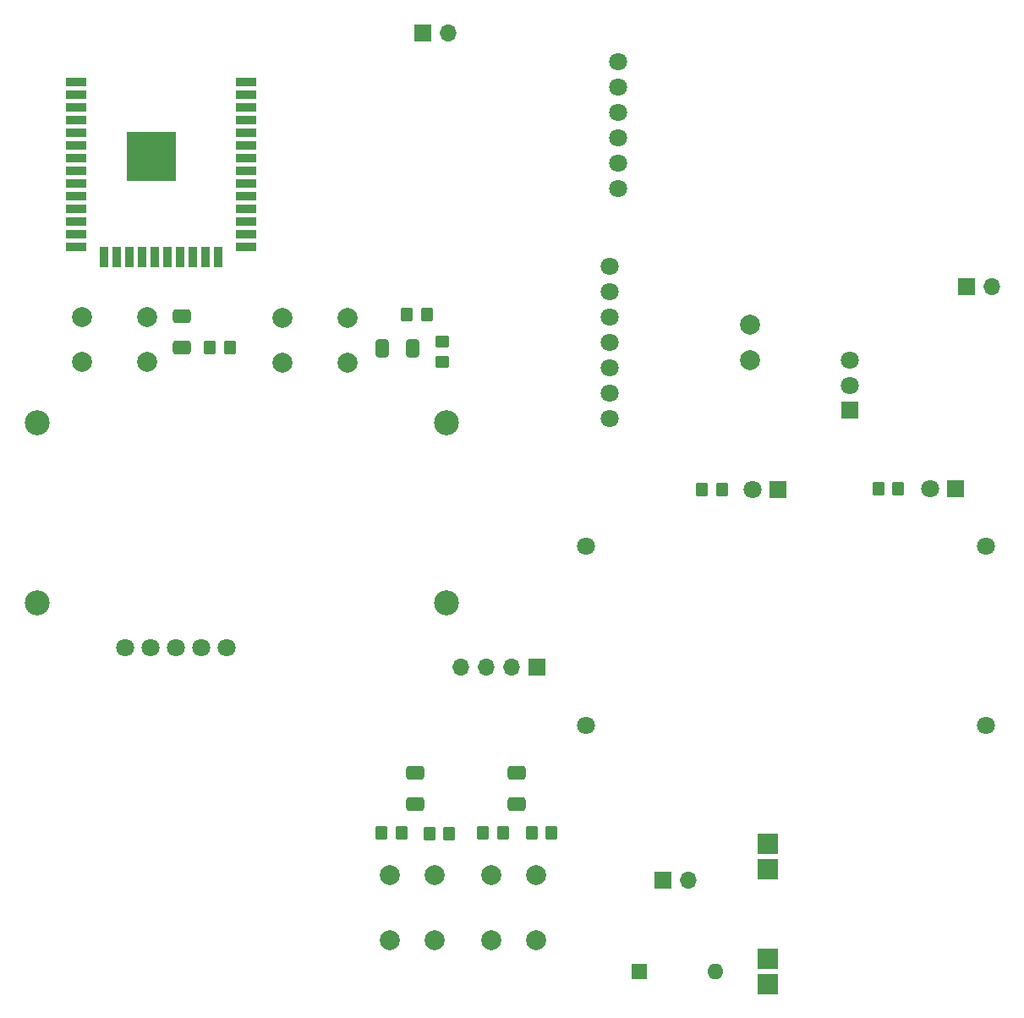
<source format=gbr>
%TF.GenerationSoftware,KiCad,Pcbnew,(6.0.2)*%
%TF.CreationDate,2022-05-24T08:49:35-05:00*%
%TF.ProjectId,Placa-Final,506c6163-612d-4466-996e-616c2e6b6963,rev?*%
%TF.SameCoordinates,Original*%
%TF.FileFunction,Soldermask,Top*%
%TF.FilePolarity,Negative*%
%FSLAX46Y46*%
G04 Gerber Fmt 4.6, Leading zero omitted, Abs format (unit mm)*
G04 Created by KiCad (PCBNEW (6.0.2)) date 2022-05-24 08:49:35*
%MOMM*%
%LPD*%
G01*
G04 APERTURE LIST*
G04 Aperture macros list*
%AMRoundRect*
0 Rectangle with rounded corners*
0 $1 Rounding radius*
0 $2 $3 $4 $5 $6 $7 $8 $9 X,Y pos of 4 corners*
0 Add a 4 corners polygon primitive as box body*
4,1,4,$2,$3,$4,$5,$6,$7,$8,$9,$2,$3,0*
0 Add four circle primitives for the rounded corners*
1,1,$1+$1,$2,$3*
1,1,$1+$1,$4,$5*
1,1,$1+$1,$6,$7*
1,1,$1+$1,$8,$9*
0 Add four rect primitives between the rounded corners*
20,1,$1+$1,$2,$3,$4,$5,0*
20,1,$1+$1,$4,$5,$6,$7,0*
20,1,$1+$1,$6,$7,$8,$9,0*
20,1,$1+$1,$8,$9,$2,$3,0*%
G04 Aperture macros list end*
%ADD10C,1.800000*%
%ADD11RoundRect,0.250000X-0.350000X-0.450000X0.350000X-0.450000X0.350000X0.450000X-0.350000X0.450000X0*%
%ADD12RoundRect,0.250000X0.450000X-0.350000X0.450000X0.350000X-0.450000X0.350000X-0.450000X-0.350000X0*%
%ADD13R,1.800000X1.800000*%
%ADD14RoundRect,0.250000X-0.650000X0.412500X-0.650000X-0.412500X0.650000X-0.412500X0.650000X0.412500X0*%
%ADD15C,2.500000*%
%ADD16R,1.700000X1.700000*%
%ADD17O,1.700000X1.700000*%
%ADD18RoundRect,0.250000X0.412500X0.650000X-0.412500X0.650000X-0.412500X-0.650000X0.412500X-0.650000X0*%
%ADD19C,2.000000*%
%ADD20R,5.000000X5.000000*%
%ADD21R,2.000000X0.900000*%
%ADD22R,0.900000X2.000000*%
%ADD23R,2.000000X2.000000*%
%ADD24R,1.600000X1.600000*%
%ADD25O,1.600000X1.600000*%
%ADD26RoundRect,0.250000X0.350000X0.450000X-0.350000X0.450000X-0.350000X-0.450000X0.350000X-0.450000X0*%
G04 APERTURE END LIST*
D10*
%TO.C,U3*%
X90658400Y-48583900D03*
X90658400Y-46043900D03*
X90658400Y-43503900D03*
X90658400Y-40963900D03*
X90658400Y-38423900D03*
X90658400Y-35883900D03*
%TD*%
D11*
%TO.C,R7*%
X81979600Y-113094400D03*
X83979600Y-113094400D03*
%TD*%
D12*
%TO.C,R2*%
X73021100Y-65982500D03*
X73021100Y-63982500D03*
%TD*%
D11*
%TO.C,R8*%
X116695200Y-78691900D03*
X118695200Y-78691900D03*
%TD*%
D13*
%TO.C,RV1*%
X113813300Y-70804800D03*
D10*
X113813300Y-68304800D03*
X113813300Y-65804800D03*
%TD*%
D14*
%TO.C,C3*%
X70341400Y-110217800D03*
X70341400Y-107092800D03*
%TD*%
D15*
%TO.C,U5*%
X73447100Y-90079700D03*
X73447100Y-72079700D03*
X32447100Y-90079700D03*
X32447100Y-72079700D03*
%TD*%
D16*
%TO.C,BT1*%
X95159100Y-117885000D03*
D17*
X97699100Y-117885000D03*
%TD*%
D18*
%TO.C,C2*%
X70112500Y-64630000D03*
X66987500Y-64630000D03*
%TD*%
D19*
%TO.C,U8*%
X103837200Y-65778700D03*
X103837200Y-62278700D03*
D10*
X89837200Y-71648700D03*
X89837200Y-69108700D03*
X89837200Y-66568700D03*
X89837200Y-64028700D03*
X89837200Y-61488700D03*
X89837200Y-58948700D03*
X89837200Y-56408700D03*
%TD*%
D20*
%TO.C,U1*%
X43880000Y-45423400D03*
D21*
X53380000Y-37923400D03*
X53380000Y-39193400D03*
X53380000Y-40463400D03*
X53380000Y-41733400D03*
X53380000Y-43003400D03*
X53380000Y-44273400D03*
X53380000Y-45543400D03*
X53380000Y-46813400D03*
X53380000Y-48083400D03*
X53380000Y-49353400D03*
X53380000Y-50623400D03*
X53380000Y-51893400D03*
X53380000Y-53163400D03*
X53380000Y-54433400D03*
D22*
X50595000Y-55433400D03*
X49325000Y-55433400D03*
X48055000Y-55433400D03*
X46785000Y-55433400D03*
X45515000Y-55433400D03*
X44245000Y-55433400D03*
X42975000Y-55433400D03*
X41705000Y-55433400D03*
X40435000Y-55433400D03*
X39165000Y-55433400D03*
D21*
X36380000Y-54433400D03*
X36380000Y-53163400D03*
X36380000Y-51893400D03*
X36380000Y-50623400D03*
X36380000Y-49353400D03*
X36380000Y-48083400D03*
X36380000Y-46813400D03*
X36380000Y-45543400D03*
X36380000Y-44273400D03*
X36380000Y-43003400D03*
X36380000Y-41733400D03*
X36380000Y-40463400D03*
X36380000Y-39193400D03*
X36380000Y-37923400D03*
%TD*%
D14*
%TO.C,C1*%
X46959100Y-61410500D03*
X46959100Y-64535500D03*
%TD*%
D11*
%TO.C,R5*%
X73722800Y-113190500D03*
X71722800Y-113190500D03*
%TD*%
D10*
%TO.C,D1*%
X121920000Y-78660000D03*
D13*
X124460000Y-78660000D03*
%TD*%
D11*
%TO.C,R6*%
X77108700Y-113094300D03*
X79108700Y-113094300D03*
%TD*%
D23*
%TO.C,U9*%
X105640100Y-114247000D03*
X105640100Y-116787000D03*
X105640100Y-125707000D03*
X105640100Y-128247000D03*
%TD*%
D11*
%TO.C,R4*%
X68948000Y-113158500D03*
X66948000Y-113158500D03*
%TD*%
D10*
%TO.C,U4*%
X51416100Y-94588300D03*
X48876100Y-94588300D03*
X46336100Y-94588300D03*
X43796100Y-94588300D03*
X41256100Y-94588300D03*
%TD*%
D24*
%TO.C,CB1*%
X92752500Y-127000000D03*
D25*
X100372500Y-127000000D03*
%TD*%
D14*
%TO.C,C4*%
X80501400Y-107092800D03*
X80501400Y-110217800D03*
%TD*%
D16*
%TO.C,U2*%
X71120000Y-33020000D03*
D17*
X73660000Y-33020000D03*
%TD*%
D13*
%TO.C,D2*%
X106680000Y-78740000D03*
D10*
X104140000Y-78740000D03*
%TD*%
D19*
%TO.C,SW4*%
X77961400Y-117395300D03*
X77961400Y-123895300D03*
X82461400Y-117395300D03*
X82461400Y-123895300D03*
%TD*%
D11*
%TO.C,R9*%
X99060000Y-78740000D03*
X101060000Y-78740000D03*
%TD*%
D26*
%TO.C,R3*%
X71481100Y-61248400D03*
X69481100Y-61248400D03*
%TD*%
D10*
%TO.C,U6*%
X127440300Y-102400500D03*
X127440300Y-84400500D03*
X87440300Y-102400500D03*
X87440300Y-84400500D03*
%TD*%
D19*
%TO.C,SW1*%
X36975000Y-65975100D03*
X43475000Y-65975100D03*
X36975000Y-61475100D03*
X43475000Y-61475100D03*
%TD*%
D11*
%TO.C,R1*%
X49791600Y-64533900D03*
X51791600Y-64533900D03*
%TD*%
D19*
%TO.C,SW2*%
X63571100Y-61538400D03*
X57071100Y-61538400D03*
X57071100Y-66038400D03*
X63571100Y-66038400D03*
%TD*%
D17*
%TO.C,U7*%
X74920000Y-96520000D03*
X77460000Y-96520000D03*
X80000000Y-96520000D03*
D16*
X82540000Y-96520000D03*
%TD*%
D19*
%TO.C,SW3*%
X67801400Y-117395300D03*
X67801400Y-123895300D03*
X72301400Y-117395300D03*
X72301400Y-123895300D03*
%TD*%
D16*
%TO.C,LS1*%
X125493100Y-58420000D03*
D17*
X128033100Y-58420000D03*
%TD*%
M02*

</source>
